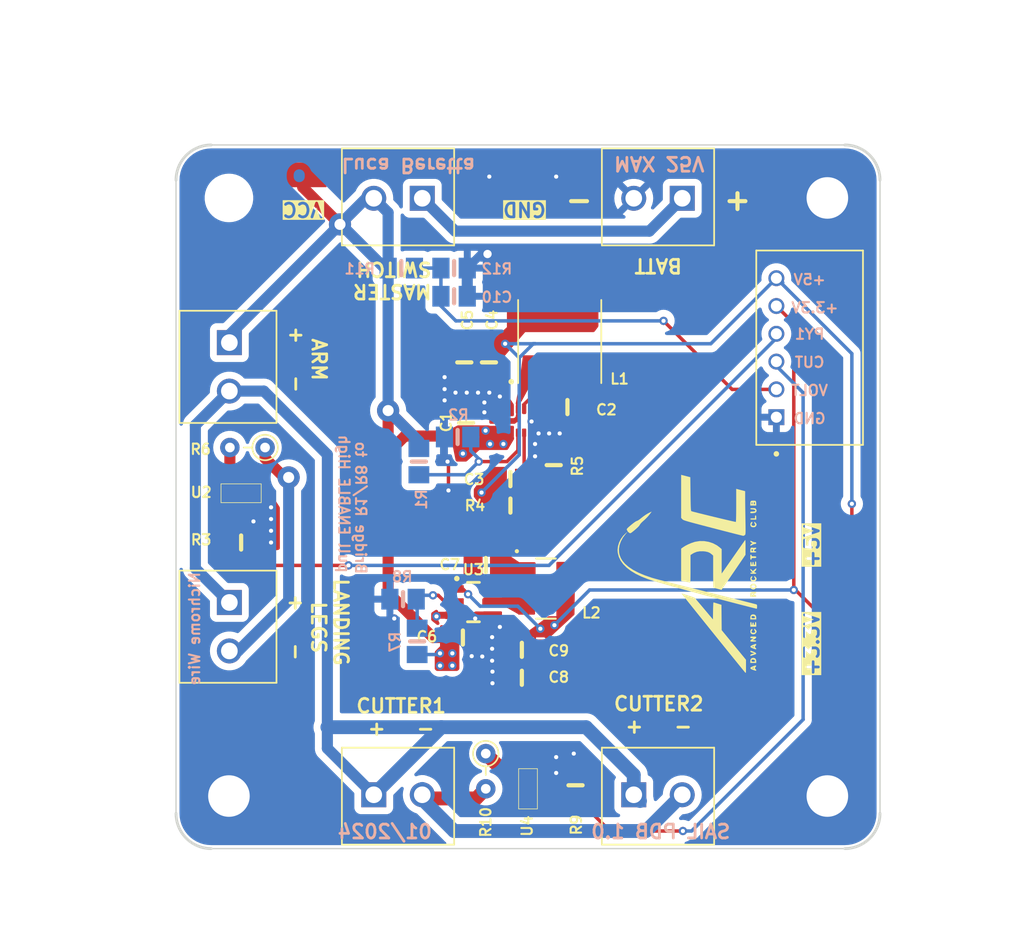
<source format=kicad_pcb>
(kicad_pcb (version 20221018) (generator pcbnew)
  (layers (0 "F.Cu" signal) (1 "In1.Cu" power) (2 "In2.Cu" power) (31 "B.Cu" signal) (34 "B.Paste" user) (35 "F.Paste" user) (36 "B.SilkS" user "B.Silkscreen") (37 "F.SilkS" user "F.Silkscreen") (38 "B.Mask" user) (39 "F.Mask" user) (44 "Edge.Cuts" user))
  (net 0 "")
  (net 1 "+3.3V")
  (net 2 "/PY1")
  (net 3 "/VOLTAGE")
  (net 4 "Net-(P4-Pad2)")
  (net 5 "Net-(U2-DRAIN)")
  (net 6 "/PYROCUT")
  (net 7 "/BATT+")
  (net 8 "/ARM")
  (net 9 "GND")
  (net 10 "+5V")
  (net 11 "Net-(U1-EN)")
  (net 12 "Net-(P5-Pad2)")
  (net 13 "Net-(U4-DRAIN)")
  (net 14 "/BUCK1_SW")
  (net 15 "/BUCK1_BST")
  (net 16 "/BUCK1_FB")
  (net 17 "/BUCK2_BST")
  (net 18 "/BUCK2_SW")
  (net 19 "VCC")
  (net 21 "/BUCK2_EN")
  (footprint "CustomFootprintLib:0805-NO-Resistor" (layer "F.Cu") (at 101.6 57.785)
    (fp_text reference "R4" (at -1.7272 -0.4318 180) (layer "F.SilkS") (effects (font (size 0.75 0.75) (thickness 0.15) bold) (justify right top)))
    (fp_text value "158k")
    (pad "1" smd rect (at -0.95 0) (size 1.24 1.5) (layers "F.Cu" "F.Paste" "F.Mask") (net 10 "+5V"))
    (pad "2" smd rect (at 0.95 0) (size 1.24 1.5) (layers "F.Cu" "F.Paste" "F.Mask") (net 16 "/BUCK1_FB"))
  )
  (footprint "CustomFootprintLib:INDUCTOR_VLS6045EX-6.8uH" (layer "F.Cu") (at 105.156 45.9421 90)
    (fp_text reference "L1" (at -2.6989 4.318 unlocked) (layer "F.SilkS") (effects (font (size 0.75 0.75))))
    (fp_text value "6.8uH")
    (pad "1" smd rect (at -2.1 0 180) (size 5.1 1.9) (layers "F.Cu" "F.Paste" "F.Mask") (net 14 "/BUCK1_SW"))
    (pad "2" smd rect (at 2.1 0 180) (size 5.1 1.9) (layers "F.Cu" "F.Paste" "F.Mask") (net 10 "+5V"))
  )
  (footprint "CustomFootprintLib:0805-NO (Capacitor)" (layer "F.Cu") (at 98.171 67.309962)
    (fp_text reference "C6" (at -3.429 0.381038 unlocked) (layer "F.SilkS") (effects (font (size 0.75 0.75)) (justify left bottom)))
    (fp_text value "10uF")
    (pad "1" smd rect (at -0.95 0) (size 1.24 1.5) (layers "F.Cu" "F.Paste" "F.Mask") (net 19 "VCC"))
    (pad "2" smd rect (at 0.95 0) (size 1.24 1.5) (layers "F.Cu" "F.Paste" "F.Mask") (net 9 "GND"))
  )
  (footprint "CustomFootprintLib:0805-NO (Capacitor)" (layer "F.Cu") (at 101.6 55.88)
    (fp_text reference "C3" (at -3.4544 0.4572 unlocked) (layer "F.SilkS") (effects (font (size 0.75 0.75)) (justify left bottom)))
    (fp_text value "4.7pF")
    (pad "1" smd rect (at -0.95 0) (size 1.24 1.5) (layers "F.Cu" "F.Paste" "F.Mask") (net 10 "+5V"))
    (pad "2" smd rect (at 0.95 0) (size 1.24 1.5) (layers "F.Cu" "F.Paste" "F.Mask") (net 16 "/BUCK1_FB"))
  )
  (footprint "CustomFootprintLib:KEYSTONE_5015_TEST" (layer "F.Cu") (at 126.238 60.452 90)
    (fp_text reference "TP2" hide)
    (fp_text value "5015")
    (pad "TP" smd rect (at 0 0 90) (size 3.43 1.78) (layers "F.Cu" "F.Paste" "F.Mask") (net 10 "+5V"))
  )
  (footprint "CustomFootprintLib:TERMBLOCK_OSTTE020104_3_5MM" (layer "F.Cu") (at 93.49 78.6638)
    (fp_text reference "P6" hide)
    (fp_text value "OSTTE020104" hide)
    (pad "1" thru_hole rect (at -1.75 0) (size 1.8 1.8) (drill 1.2) (layers "*.Cu" "*.Mask") (net 8 "/ARM"))
    (pad "2" thru_hole circle (at 1.75 0) (size 1.8 1.8) (drill 1.2) (layers "*.Cu" "*.Mask") (net 12 "Net-(P5-Pad2)"))
  )
  (footprint "CustomFootprintLib:KEYSTONE_5015_TEST" (layer "F.Cu") (at 102.489 33.909)
    (fp_text reference "TP4" hide)
    (fp_text value "5015")
    (pad "TP" smd rect (at 0 0) (size 3.43 1.78) (layers "F.Cu" "F.Paste" "F.Mask") (net 9 "GND"))
  )
  (footprint "CustomFootprintLib:KEYSTONE_5015_TEST" (layer "F.Cu") (at 126.238 67.564 90)
    (fp_text reference "TP3" hide)
    (fp_text value "5015")
    (pad "TP" smd rect (at 0 0 90) (size 3.43 1.78) (layers "F.Cu" "F.Paste" "F.Mask") (net 1 "+3.3V"))
  )
  (footprint "CustomFootprintLib:0805-NO (Capacitor)" (layer "F.Cu") (at 105.7148 50.673)
    (fp_text reference "C2" (at 1.9812 0.635 unlocked) (layer "F.SilkS") (effects (font (size 0.75 0.75)) (justify left bottom)))
    (fp_text value "0.1uF")
    (pad "1" smd rect (at -0.95 0) (size 1.24 1.5) (layers "F.Cu" "F.Paste" "F.Mask") (net 15 "/BUCK1_BST"))
    (pad "2" smd rect (at 0.95 0) (size 1.24 1.5) (layers "F.Cu" "F.Paste" "F.Mask") (net 14 "/BUCK1_SW"))
  )
  (footprint "CustomFootprintLib:0805-NO (Capacitor)" (layer "F.Cu") (at 98.3996 51.816 90)
    (fp_text reference "C1" (at -0.762 -0.9906 90 unlocked) (layer "F.SilkS") (effects (font (size 0.75 0.75)) (justify left bottom)))
    (fp_text value "10uF")
    (pad "1" smd rect (at -0.95 0 90) (size 1.24 1.5) (layers "F.Cu" "F.Paste" "F.Mask") (net 19 "VCC"))
    (pad "2" smd rect (at 0.95 0 90) (size 1.24 1.5) (layers "F.Cu" "F.Paste" "F.Mask") (net 9 "GND"))
  )
  (footprint "CustomFootprintLib:0805-NO (Capacitor)" (layer "F.Cu") (at 98.2726 47.4472 -90)
    (fp_text reference "C5" (at -3.8862 -0.6604 90 unlocked) (layer "F.SilkS") (effects (font (size 0.75 0.75)) (justify right bottom)))
    (fp_text value "22uF")
    (pad "1" smd rect (at -0.95 0 270) (size 1.24 1.5) (layers "F.Cu" "F.Paste" "F.Mask") (net 10 "+5V"))
    (pad "2" smd rect (at 0.95 0 270) (size 1.24 1.5) (layers "F.Cu" "F.Paste" "F.Mask") (net 9 "GND"))
  )
  (footprint "CustomFootprintLib:KEYSTONE_5015_TEST" (layer "F.Cu") (at 86.614 33.909)
    (fp_text reference "TP1" hide)
    (fp_text value "5015")
    (pad "TP" smd rect (at 0 0) (size 3.43 1.78) (layers "F.Cu" "F.Paste" "F.Mask") (net 19 "VCC"))
  )
  (footprint "MountingHole:MountingHole_3mm" (layer "F.Cu") (at 81.29 35.575)
    (fp_text reference "H1" hide)
    (fp_text value "MountingHole_Pad")
    (pad "" np_thru_hole circle (at 0 0) (size 3 3) (drill 3) (layers "*.Cu" "*.Mask"))
  )
  (footprint "CustomFootprintLib:0805-NO-Resistor" (layer "F.Cu") (at 106.299 77.978 -90)
    (fp_text reference "R9" (at 2.032 0.381 90) (layer "F.SilkS") (effects (font (size 0.75 0.75) (thickness 0.15) bold) (justify right top)))
    (fp_text value "470")
    (pad "1" smd rect (at -0.95 0 270) (size 1.24 1.5) (layers "F.Cu" "F.Paste" "F.Mask") (net 9 "GND"))
    (pad "2" smd rect (at 0.95 0 270) (size 1.24 1.5) (layers "F.Cu" "F.Paste" "F.Mask") (net 6 "/PYROCUT"))
  )
  (footprint "CustomFootprintLib:DMN3051L-7" (layer "F.Cu") (at 82.169 58.071)
    (fp_text reference "U2" (at -2.032 -1.683 -360 unlocked) (layer "F.SilkS") (effects (font (size 0.75 0.75) (thickness 0.15) bold) (justify right top)))
    (fp_text value "DMN3051L-7" hide)
    (pad "BOTL" smd rect (at -0.95 -0.25) (size 0.8 0.9) (layers "F.Cu" "F.Paste" "F.Mask") (net 2 "/PY1"))
    (pad "BOTR" smd rect (at 0.95 -0.25) (size 0.8 0.9) (layers "F.Cu" "F.Paste" "F.Mask") (net 9 "GND"))
    (pad "TIP" smd rect (at 0 -2.15) (size 0.8 0.9) (layers "F.Cu" "F.Paste" "F.Mask") (net 5 "Net-(U2-DRAIN)"))
  )
  (footprint "CustomFootprintLib:0805-NO (Capacitor)" (layer "F.Cu") (at 102.4255 70.2164 180)
    (fp_text reference "C8" (at -3.4925 -0.3956 unlocked) (layer "F.SilkS") (effects (font (size 0.75 0.75)) (justify right bottom)))
    (fp_text value "22uF")
    (pad "1" smd rect (at -0.95 0 180) (size 1.24 1.5) (layers "F.Cu" "F.Paste" "F.Mask") (net 1 "+3.3V"))
    (pad "2" smd rect (at 0.95 0 180) (size 1.24 1.5) (layers "F.Cu" "F.Paste" "F.Mask") (net 9 "GND"))
  )
  (footprint "MountingHole:MountingHole_3mm_Pad" (layer "F.Cu") (at 124.47 78.755)
    (fp_text reference "H4" hide)
    (fp_text value "MountingHole_Pad" hide)
    (pad "1" thru_hole circle (at 0 0) (size 6 6) (drill 3) (layers "*.Cu" "*.Mask") (net 9 "GND"))
  )
  (footprint "CustomFootprintLib:AP63356 (V-DFN3020-13)" (layer "F.Cu") (at 101.7656 51.6754)
    (fp_text reference "U1" hide)
    (fp_text value "AP63357_(SparkFun_Buck_Regulator_5V)" hide)
    (pad "1" smd roundrect (at -0.675 0.75) (size 1.5 0.8) (layers "F.Cu") (roundrect_rratio 0.0635) (net 19 "VCC"))
    (pad "2" smd roundrect (at 0.375 0.85) (size 0.3 0.6) (layers "F.Cu") (roundrect_rratio 0.1693333333) (net 11 "Net-(U1-EN)"))
    (pad "3" smd roundrect (at 0.825 0.85) (size 0.3 0.6) (layers "F.Cu") (roundrect_rratio 0.1693333333) (net 16 "/BUCK1_FB"))
    (pad "4" smd roundrect (at 1.275 0.85) (size 0.3 0.6) (layers "F.Cu") (roundrect_rratio 0.1693333333) (net 9 "GND"))
    (pad "5" smd roundrect (at 1.275 -0.85 180) (size 0.3 0.6) (layers "F.Cu") (roundrect_rratio 0.1693333333))
    (pad "6" smd roundrect (at 0.825 -0.85 180) (size 0.3 0.6) (layers "F.Cu") (roundrect_rratio 0.1693333333) (net 15 "/BUCK1_BST"))
    (pad "8" smd roundrect (at -0.675 -0.75) (size 1.5 0.8) (layers "F.Cu") (roundrect_rratio 0.0635) (net 9 "GND"))
    (pad "9" smd roundrect (at -0.79 0) (size 1.73 0.4) (layers "F.Cu") (roundrect_rratio 0.127) (net 14 "/BUCK1_SW"))
    (pad "9" smd roundrect (at 0.375 -0.85 180) (size 0.3 0.6) (layers "F.Cu") (roundrect_rratio 0.1693333333) (net 14 "/BUCK1_SW"))
  )
  (footprint "Resistor_THT:R_Axial_DIN0204_L3.6mm_D1.6mm_P2.54mm_Vertical" (layer "F.Cu") (at 83.897 53.594 180)
    (fp_text reference "R6" (at 4.649 -0.127 180) (layer "F.SilkS") (effects (font (size 0.75 0.75))))
    (fp_text value "2.7")
    (pad "1" thru_hole circle (at 0 0 180) (size 1.4 1.4) (drill 0.7) (layers "*.Cu" "*.Mask") (net 4 "Net-(P4-Pad2)"))
    (pad "2" thru_hole oval (at 2.54 0 180) (size 1.4 1.4) (drill 0.7) (layers "*.Cu" "*.Mask") (net 5 "Net-(U2-DRAIN)"))
  )
  (footprint "CustomFootprintLib:0805-NO (Capacitor)" (layer "F.Cu") (at 102.4255 68.199038 180)
    (fp_text reference "C9" (at -3.4925 -0.507962 unlocked) (layer "F.SilkS") (effects (font (size 0.75 0.75)) (justify right bottom)))
    (fp_text value "22uF")
    (pad "1" smd rect (at -0.95 0 180) (size 1.24 1.5) (layers "F.Cu" "F.Paste" "F.Mask") (net 1 "+3.3V"))
    (pad "2" smd rect (at 0.95 0 180) (size 1.24 1.5) (layers "F.Cu" "F.Paste" "F.Mask") (net 9 "GND"))
  )
  (footprint "MountingHole:MountingHole_3mm_Pad" (layer "F.Cu") (at 81.29 78.755)
    (fp_text reference "H3" hide)
    (fp_text value "MountingHole_Pad" hide)
    (pad "1" thru_hole circle (at 0 0) (size 6 6) (drill 3) (layers "*.Cu" "*.Mask") (net 9 "GND"))
  )
  (footprint "CustomFootprintLib:0805-NO (Capacitor)" (layer "F.Cu") (at 99.822 62.077562)
    (fp_text reference "C7" (at -3.429 0.406438 unlocked) (layer "F.SilkS") (effects (font (size 0.75 0.75)) (justify left bottom)))
    (fp_text value "0.1uF")
    (pad "1" smd rect (at -0.95 0) (size 1.24 1.5) (layers "F.Cu" "F.Paste" "F.Mask") (net 17 "/BUCK2_BST"))
    (pad "2" smd rect (at 0.95 0) (size 1.24 1.5) (layers "F.Cu" "F.Paste" "F.Mask") (net 18 "/BUCK2_SW"))
  )
  (footprint "CustomFootprintLib:TERMBLOCK_OSTTE020104_3_5MM" (layer "F.Cu") (at 112.25 35.6 180)
    (fp_text reference "P1" hide)
    (fp_text value "OSTTE020104" hide)
    (pad "1" thru_hole rect (at -1.75 0 180) (size 1.8 1.8) (drill 1.2) (layers "*.Cu" "*.Mask") (net 7 "/BATT+"))
    (pad "2" thru_hole circle (at 1.75 0 180) (size 1.8 1.8) (drill 1.2) (layers "*.Cu" "*.Mask") (net 9 "GND"))
  )
  (footprint "CustomFootprintLib:0805-NO (Capacitor)" (layer "F.Cu") (at 100.0506 47.4472 -90)
    (fp_text reference "C4" (at -3.8862 -0.6604 90 unlocked) (layer "F.SilkS") (effects (font (size 0.75 0.75)) (justify right bottom)))
    (fp_text value "22uF")
    (pad "1" smd rect (at -0.95 0 270) (size 1.24 1.5) (layers "F.Cu" "F.Paste" "F.Mask") (net 10 "+5V"))
    (pad "2" smd rect (at 0.95 0 270) (size 1.24 1.5) (layers "F.Cu" "F.Paste" "F.Mask") (net 9 "GND"))
  )
  (footprint "Resistor_THT:R_Axial_DIN0204_L3.6mm_D1.6mm_P2.54mm_Vertical" (layer "F.Cu") (at 99.822 75.692 -90)
    (fp_text reference "R10" (at 4.953 0 -90) (layer "F.SilkS") (effects (font (size 0.75 0.75))))
    (fp_text value "3.9")
    (pad "1" thru_hole circle (at 0 0 270) (size 1.4 1.4) (drill 0.7) (layers "*.Cu" "*.Mask") (net 13 "Net-(U4-DRAIN)"))
    (pad "2" thru_hole oval (at 2.54 0 270) (size 1.4 1.4) (drill 0.7) (layers "*.Cu" "*.Mask") (net 12 "Net-(P5-Pad2)"))
  )
  (footprint "CustomFootprintLib:TERMBLOCK_OSTTE020104_3_5MM" (layer "F.Cu") (at 93.49 35.6 180)
    (fp_text reference "P2" hide)
    (fp_text value "OSTTE020104" hide)
    (pad "1" thru_hole rect (at -1.75 0 180) (size 1.8 1.8) (drill 1.2) (layers "*.Cu" "*.Mask") (net 7 "/BATT+"))
    (pad "2" thru_hole circle (at 1.75 0 180) (size 1.8 1.8) (drill 1.2) (layers "*.Cu" "*.Mask") (net 19 "VCC"))
  )
  (footprint "CustomFootprintLib:IND_NRS4018T4R7MDGJ_4.7uH" (layer "F.Cu") (at 104.1654 63.779362)
    (fp_text reference "L2" (at 3.2766 1.752638 unlocked) (layer "F.SilkS") (effects (font (size 0.75 0.75))))
    (fp_text value "4.7uH")
    (pad "1" smd rect (at -1.397 0) (size 1.1938 3.7084) (layers "F.Cu" "F.Paste" "F.Mask") (net 18 "/BUCK2_SW"))
    (pad "2" smd rect (at 1.397 0) (size 1.1938 3.7084) (layers "F.Cu" "F.Paste" "F.Mask") (net 1 "+3.3V"))
    (zone (net 0) (net_name "") (layer "F.Cu") (connect_pads (clearance 0)) (min_thickness 0.254)
      (keepout (tracks not_allowed) (vias not_allowed) (pads allowed) (copperpour not_allowed) (footprints allowed))
      (fill (thermal_gap 0.508) (thermal_bridge_width 0.508))
      (polygon (pts (xy 103.4161 61.785462) (xy 104.9147 61.785462) (xy 104.9147 65.773262) (xy 103.4161 65.773262)))
    )
  )
  (footprint "CustomFootprintLib:BUCK_AP63203_3.3_SPARKFUN" (layer "F.Cu") (at 98.933 64.752362 -90)
    (fp_text reference "U3" (at -1.905 0 unlocked) (layer "F.SilkS") (effects (font (size 0.75 0.75)) (justify bottom)))
    (fp_text value "AP63203")
    (pad "1" smd roundrect (at -0.95 1.3751 270) (size 0.55 1.35) (layers "F.Cu" "F.Paste" "F.Mask") (roundrect_rratio 0.09236363636) (net 1 "+3.3V"))
    (pad "2" smd roundrect (at 0 1.3751 270) (size 0.55 1.35) (layers "F.Cu" "F.Paste" "F.Mask") (roundrect_rratio 0.09236363636) (net 21 "/BUCK2_EN"))
    (pad "3" smd roundrect (at 0.95 1.3751 270) (size 0.55 1.35) (layers "F.Cu" "F.Paste" "F.Mask") (roundrect_rratio 0.09236363636) (net 19 "VCC"))
    (pad "4" smd roundrect (at 0.95 -1.3751 270) (size 0.55 1.35) (layers "F.Cu" "F.Paste" "F.Mask") (roundrect_rratio 0.09236363636) (net 9 "GND"))
    (pad "5" smd roundrect (at 0 -1.3751 270) (size 0.55 1.35) (layers "F.Cu" "F.Paste" "F.Mask") (roundrect_rratio 0.09236363636) (net 18 "/BUCK2_SW"))
    (pad "6" smd roundrect (at -0.95 -1.3751 270) (size 0.55 1.35) (layers "F.Cu" "F.Paste" "F.Mask") (roundrect_rratio 0.09236363636) (net 17 "/BUCK2_BST"))
  )
  (footprint "CustomFootprintLib:TERMBLOCK_OSTTE020104_3_5MM" (layer "F.Cu") (at 112.25 78.6638)
    (fp_text reference "P5" hide)
    (fp_text value "OSTTE020104" hide)
    (pad "1" thru_hole rect (at -1.75 0) (size 1.8 1.8) (drill 1.2) (layers "*.Cu" "*.Mask") (net 8 "/ARM"))
    (pad "2" thru_hole circle (at 1.75 0) (size 1.8 1.8) (drill 1.2) (layers "*.Cu" "*.Mask") (net 12 "Net-(P5-Pad2)"))
  )
  (footprint "MountingHole:MountingHole_3mm_Pad" (layer "F.Cu") (at 124.47 35.575)
    (fp_text reference "H2" hide)
    (fp_text value "MountingHole_Pad")
    (pad "1" thru_hole circle (at 0 0) (size 6 6) (drill 3) (layers "*.Cu" "*.Mask") (net 9 "GND"))
  )
  (footprint "CustomFootprintLib:DMN3051L-7" (layer "F.Cu") (at 104.045 78.232 90)
    (fp_text reference "U4" (at -1.837809 -1.683 90 unlocked) (layer "F.SilkS") (effects (font (size 0.75 0.75)) (justify right top)))
    (fp_text value "DMN3051L-7" hide)
    (pad "BOTL" smd rect (at -0.95 -0.25 90) (size 0.8 0.9) (layers "F.Cu" "F.Paste" "F.Mask") (net 6 "/PYROCUT"))
    (pad "BOTR" smd rect (at 0.95 -0.25 90) (size 0.8 0.9) (layers "F.Cu" "F.Paste" "F.Mask") (net 9 "GND"))
    (pad "TIP" smd rect (at 0 -2.15 90) (size 0.8 0.9) (layers "F.Cu" "F.Paste" "F.Mask") (net 13 "Net-(U4-DRAIN)"))
  )
  (footprint "CustomFootprintLib:0805-NO-Resistor" (layer "F.Cu") (at 82.169 60.452 180)
    (fp_text reference "R3" (at 2.055809 0.635 unlocked) (layer "F.SilkS") (effects (font (size 0.75 0.75)) (justify right top)))
    (fp_text value "470" hide)
    (pad "1" smd rect (at -0.95 0 180) (size 1.24 1.5) (layers "F.Cu" "F.Paste" "F.Mask") (net 9 "GND"))
    (pad "2" smd rect (at 0.95 0 180) (size 1.24 1.5) (layers "F.Cu" "F.Paste" "F.Mask") (net 2 "/PY1"))
  )
  (footprint "Graphics:ARC_logo_black_15mm" (layer "F.Cu") (at 114.935 62.865 90)
    (fp_text reference "G***" hide)
    (fp_text value "LOGO" hide)
  )
  (footprint "CustomFootprintLib:TE_440055-6_6POS_2MM" (layer "F.Cu") (at 120.79 51.403 90)
    (fp_text reference "J1" hide)
    (fp_text value "440055-6_6POS_2MM")
    (pad "1" thru_hole rect (at 0 0 90) (size 1.15 1.15) (drill 0.8) (layers "*.Cu" "*.Mask") (net 9 "GND"))
    (pad "2" thru_hole circle (at 2.007 0 90) (size 1.15 1.15) (drill 0.8) (layers "*.Cu" "*.Mask") (net 3 "/VOLTAGE"))
    (pad "3" thru_hole circle (at 4.013 0 90) (size 1.15 1.15) (drill 0.8) (layers "*.Cu" "*.Mask") (net 6 "/PYROCUT"))
    (pad "4" thru_hole circle (at 6.02 0 90) (size 1.15 1.15) (drill 0.8) (layers "*.Cu" "*.Mask") (net 2 "/PY1"))
    (pad "5" thru_hole circle (at 8.026 0 90) (size 1.15 1.15) (drill 0.8) (layers "*.Cu" "*.Mask") (net 1 "+3.3V"))
    (pad "6" thru_hole circle (at 10.033 0 90) (size 1.15 1.15) (drill 0.8) (layers "*.Cu" "*.Mask") (net 10 "+5V"))
  )
  (footprint "CustomFootprintLib:TERMBLOCK_OSTTE020104_3_5MM" (layer "F.Cu") (at 81.32 47.77 -90)
    (fp_text reference "P3" hide)
    (fp_text value "OSTTE020104" hide)
    (pad "1" thru_hole rect (at -1.75 0 270) (size 1.8 1.8) (drill 1.2) (layers "*.Cu" "*.Mask") (net 19 "VCC"))
    (pad "2" thru_hole circle (at 1.75 0 270) (size 1.8 1.8) (drill 1.2) (layers "*.Cu" "*.Mask") (net 8 "/ARM"))
  )
  (footprint "CustomFootprintLib:0805-NO-Resistor" (layer "F.Cu") (at 104.7242 54.864 90)
    (fp_text reference "R5" (at 0.762 1.27 270) (layer "F.SilkS") (effects (font (size 0.75 0.75) (thickness 0.15) bold) (justify right top)))
    (fp_text value "30k")
    (pad "1" smd rect (at -0.95 0 90) (size 1.24 1.5) (layers "F.Cu" "F.Paste" "F.Mask") (net 16 "/BUCK1_FB"))
    (pad "2" smd rect (at 0.95 0 90) (size 1.24 1.5) (layers "F.Cu" "F.Paste" "F.Mask") (net 9 "GND"))
  )
  (footprint "CustomFootprintLib:TERMBLOCK_OSTTE020104_3_5MM" (layer "F.Cu") (at 81.32 66.53 -90)
    (fp_text reference "P4" hide)
    (fp_text value "OSTTE020104" hide)
    (pad "1" thru_hole rect (at -1.75 0 270) (size 1.8 1.8) (drill 1.2) (layers "*.Cu" "*.Mask") (net 8 "/ARM"))
    (pad "2" thru_hole circle (at 1.75 0 270) (size 1.8 1.8) (drill 1.2) (layers "*.Cu" "*.Mask") (net 4 "Net-(P4-Pad2)"))
  )
  (footprint "CustomFootprintLib:0805-NO-Resistor" (layer "B.Cu") (at 93.726 40.64)
    (fp_text reference "R11" (at -4.191 -0.381) (layer "B.SilkS") (effects (font (size 0.75 0.75)) (justify right top mirror)))
    (fp_text value "3900")
    (pad "1" smd rect (at -0.95 0) (size 1.24 1.5) (layers "B.Cu" "B.Paste" "B.Mask") (net 19 "VCC"))
    (pad "2" smd rect (at 0.95 0) (size 1.24 1.5) (layers "B.Cu" "B.Paste" "B.Mask") (net 3 "/VOLTAGE"))
  )
  (footprint "CustomFootprintLib:0805-NO-Resistor" (layer "B.Cu") (at 97.79 52.832 180)
    (fp_text reference "R2" (at -0.889 2.032) (layer "B.SilkS") (effects (font (size 0.75 0.75)) (justify left top mirror)))
    (fp_text value "3.6k")
    (pad "1" smd rect (at -0.95 0 180) (size 1.24 1.5) (layers "B.Cu" "B.Paste" "B.Mask") (net 11 "Net-(U1-EN)"))
    (pad "2" smd rect (at 0.95 0 180) (size 1.24 1.5) (layers "B.Cu" "B.Paste" "B.Mask") (net 9 "GND"))
  )
  (footprint "CustomFootprintLib:0805-NO-Resistor" (layer "B.Cu") (at 94.869 67.589362 -90)
    (fp_text reference "R7" (at -0.787362 2.032 90) (layer "B.SilkS") (effects (font (size 0.75 0.75)) (justify left top mirror)))
    (fp_text value "68k")
    (pad "1" smd rect (at -0.95 0 270) (size 1.24 1.5) (layers "B.Cu" "B.Paste" "B.Mask") (net 21 "/BUCK2_EN"))
    (pad "2" smd rect (at 0.95 0 270) (size 1.24 1.5) (layers "B.Cu" "B.Paste" "B.Mask") (net 19 "VCC"))
  )
  (footprint "CustomFootprintLib:0805-NO-Resistor" (layer "B.Cu") (at 94.996 54.61 -90)
    (fp_text reference "R1" (at 1.905 0.254 90) (layer "B.SilkS") (effects (font (size 0.75 0.75)) (justify left top mirror)))
    (fp_text value "68k")
    (pad "1" smd rect (at -0.95 0 270) (size 1.24 1.5) (layers "B.Cu" "B.Paste" "B.Mask") (net 19 "VCC"))
    (pad "2" smd rect (at 0.95 0 270) (size 1.24 1.5) (layers "B.Cu" "B.Paste" "B.Mask") (net 11 "Net-(U1-EN)"))
  )
  (footprint "CustomFootprintLib:0805-NO (Capacitor)" (layer "B.Cu") (at 97.536 42.672)
    (fp_text reference "C10" (at 1.905 0.508) (layer "B.SilkS") (effects (font (size 0.75 0.75)) (justify right bottom mirror)))
    (fp_text value "1uF")
    (pad "1" smd rect (at -0.95 0) (size 1.24 1.5) (layers "B.Cu" "B.Paste" "B.Mask") (net 3 "/VOLTAGE"))
    (pad "2" smd rect (at 0.95 0) (size 1.24 1.5) (layers "B.Cu" "B.Paste" "B.Mask") (net 9 "GND"))
  )
  (footprint "CustomFootprintLib:0805-NO-Resistor" (layer "B.Cu") (at 93.853 64.541362)
    (fp_text reference "R8" (at -0.889 -2.057362) (layer "B.SilkS") (effects (font (size 0.75 0.75)) (justify right top mirror)))
    (fp_text value "3.6k")
    (pad "1" smd rect (at -0.95 0) (size 1.24 1.5) (layers "B.Cu" "B.Paste" "B.Mask") (net 9 "GND"))
    (pad "2" smd rect (at 0.95 0) (size 1.24 1.5) (layers "B.Cu" "B.Paste" "B.Mask") (net 21 "/BUCK2_EN"))
  )
  (footprint "CustomFootprintLib:0805-NO-Resistor" (layer "B.Cu") (at 97.536 40.64 180)
    (fp_text reference "R12" (at -1.905 0.381) (layer "B.SilkS") (effects (font (size 0.75 0.75)) (justify right top mirror)))
    (fp_text value "470")
    (pad "1" smd rect (at -0.95 0 180) (size 1.24 1.5) (layers "B.Cu" "B.Paste" "B.Mask") (net 9 "GND"))
    (pad "2" smd rect (at 0.95 0 180) (size 1.24 1.5) (layers "B.Cu" "B.Paste" "B.Mask") (net 3 "/VOLTAGE"))
  )
  (gr_arc (start 80.01 82.55) (mid 78.213958 81.80605) (end 77.47 80.01) (stroke (width 0.2)) (layer "Edge.Cuts"))
  (gr_line (start 128.27 80.01) (end 128.27 34.29) (stroke (width 0.1)) (layer "Edge.Cuts"))
  (gr_line (start 80.01 82.55) (end 125.73 82.55) (stroke (width 0.1)) (layer "Edge.Cuts"))
  (gr_arc (start 125.73 31.75) (mid 127.52606 32.493947) (end 128.27 34.29) (stroke (width 0.2)) (layer "Edge.Cuts"))
  (gr_line (start 125.73 31.75) (end 80.01 31.75) (stroke (width 0.1)) (layer "Edge.Cuts"))
  (gr_arc (start 77.47 34.29) (mid 78.213958 32.493966) (end 80.01 31.75) (stroke (width 0.2)) (layer "Edge.Cuts"))
  (gr_line (start 77.47 34.29) (end 77.47 80.01) (stroke (width 0.1)) (layer "Edge.Cuts"))
  (gr_arc (start 128.27 80.01) (mid 127.52606 81.806068) (end 125.73 82.55) (stroke (width 0.2)) (layer "Edge.Cuts"))
  (gr_text "PY1" (at 123.19 45.847) (layer "B.SilkS") (effects (font (size 0.75 0.75) (thickness 0.15) bold) (justify bottom mirror)))
  (gr_text "01/2024" (at 89.027 81.915) (layer "B.SilkS") (effects (font (size 1 1) (thickness 0.2) bold) (justify right bottom mirror)))
  (gr_text "+5V" (at 123.19 41.91) (layer "B.SilkS") (effects (font (size 0.75 0.75)) (justify bottom mirror)))
  (gr_text "Nichrome Wire" (at 79.248 66.675 90) (layer "B.SilkS") (effects (font (size 0.75 0.75)) (justify bottom mirror)))
  (gr_text "GND" (at 123.19 51.943) (layer "B.SilkS") (effects (font (size 0.75 0.75) (thickness 0.15) bold) (justify bottom mirror)))
  (gr_text "Bridge R1/R8 to \npull ENABLE High" (at 89.154 57.658 270) (layer "B.SilkS") (effects (font (size 0.75 0.75)) (justify bottom mirror)))
  (gr_text "+3.3V" (at 123.571 43.942) (layer "B.SilkS") (effects (font (size 0.75 0.75)) (justify bottom mirror)))
  (gr_text "VOLT" (at 123.19 49.911) (layer "B.SilkS") (effects (font (size 0.75 0.75) (thickness 0.15) bold) (justify bottom mirror)))
  (gr_text "Luca Beretta" (at 99.187 32.637726 180) (layer "B.SilkS") (effects (font (size 1 1) (thickness 0.2) bold) (justify right bottom mirror)))
  (gr_text "CUT" (at 123.19 47.879) (layer "B.SilkS") (effects (font (size 0.75 0.75)) (justify bottom mirror)))
  (gr_text "SAIL PDB 1.0" (at 107.315 81.915) (layer "B.SilkS") (effects (font (size 1 1) (thickness 0.2) bold) (justify right bottom mirror)))
  (gr_text "MAX 25V" (at 108.966 32.512 180) (layer "B.SilkS") (effects (font (size 1 1) (thickness 0.2) bold) (justify left bottom mirror)))
  (gr_text "CUTTER2\n+   -" (at 112.3034 74.295) (layer "F.SilkS") (effects (font (size 1 1) (thickness 0.2) bold) (justify bottom)))
  (gr_text "GND" (at 102.616 35.814 180) (layer "F.SilkS" knockout) (effects (font (size 1 1) (thickness 0.2) bold) (justify bottom)))
  (gr_text "MASTER\nSWITCH" (at 96.012 40.132 180) (layer "F.SilkS") (effects (font (size 1 1) (thickness 0.2) bold) (justify left bottom)))
  (gr_text "+3.3V" (at 123.952 67.818 90) (layer "F.SilkS" knockout) (effects (font (size 1 1) (thickness 0.2) bold) (justify bottom)))
  (gr_text "BATT" (at 112.268 39.878 180) (layer "F.SilkS") (effects (font (size 1 1) (thickness 0.2) bold) (justify bottom)))
  (gr_text "ARM\n+   -" (at 85.598 47.244 270) (layer "F.SilkS") (effects (font (size 1 1) (thickness 0.2) bold) (justify bottom)))
  (gr_text "LANDING \nLEGS\n+   -" (at 85.5618 66.5782 270) (layer "F.SilkS") (effects (font (size 1 1) (thickness 0.2) bold) (justify bottom)))
  (gr_text "CUTTER1\n+   -" (at 93.716 74.4474) (layer "F.SilkS") (effects (font (size 1 1) (thickness 0.2) bold) (justify bottom)))
  (gr_text "VCC" (at 86.614 35.814 180) (layer "F.SilkS" knockout) (effects (font (size 1 1) (thickness 0.2) bold) (justify bottom)))
  (gr_text "+" (at 116.858 36.576) (layer "F.SilkS") (effects (font (size 1.5 1.5) (thickness 0.3) bold) (justify left bottom)))
  (gr_text "+5V" (at 123.952 60.706 90) (layer "F.SilkS" knockout) (effects (font (size 1 1) (thickness 0.2) bold) (justify bottom)))
  (gr_text "-\n" (at 105.428 36.576) (layer "F.SilkS") (effects (font (size 1.5 1.5) (thickness 0.3) bold) (justify left bottom)))
  (segment (start 98.545485 64.182865) (end 98.164982 63.802362) (width 0.25) (layer "F.Cu") (net 1))
  (segment (start 122.172726 63.879726) (end 122.047 63.879726) (width 0.25) (layer "F.Cu") (net 1))
  (segment (start 105.5624 63.779362) (end 105.5624 62.229962) (width 0.25) (layer "F.Cu") (net 1))
  (segment (start 122.047 44.634) (end 122.047 63.879726) (width 0.25) (layer "F.Cu") (net 1))
  (segment (start 126.746 67.564) (end 125.857 67.564) (width 0.25) (layer "F.Cu") (net 1))
  (segment (start 120.79 43.693) (end 120.79 43.377) (width 0.25) (layer "F.Cu") (net 1))
  (segment (start 98.164982 63.802362) (end 97.5579 63.802362) (width 0.25) (layer "F.Cu") (net 1))
  (segment (start 120.79 43.377) (end 122.047 44.634) (width 0.25) (layer "F.Cu") (net 1))
  (segment (start 125.857 67.564) (end 122.172726 63.879726) (width 0.25) (layer "F.Cu") (net 1))
  (via (at 103.759 66.675) (size 0.6) (drill 0.3) (layers "F.Cu" "B.Cu") (net 1))
  (via (at 98.545485 64.182865) (size 0.6) (drill 0.3) (layers "F.Cu" "B.Cu") (net 1))
  (via (at 104.775 66.420962) (size 0.6) (drill 0.3) (layers "F.Cu" "B.Cu") (net 1))
  (via (at 122.047 63.879726) (size 0.6) (drill 0.3) (layers "F.Cu" "B.Cu") (net 1))
  (segment (start 107.316274 63.879726) (end 122.047 63.879726) (width 0.25) (layer "B.Cu") (net 1))
  (segment (start 102.1334 65.049362) (end 103.759 66.674962) (width 0.25) (layer "B.Cu") (net 1))
  (segment (start 99.411982 65.049362) (end 102.1334 65.049362) (width 0.25) (layer "B.Cu") (net 1))
  (segment (start 104.775 66.420962) (end 104.775038 66.420962) (width 0.25) (layer "B.Cu") (net 1))
  (segment (start 98.545485 64.182865) (end 99.411982 65.049362) (width 0.25) (layer "B.Cu") (net 1))
  (segment (start 103.759 66.674962) (end 103.759 66.675) (width 0.25) (layer "B.Cu") (net 1))
  (segment (start 104.775038 66.420962) (end 107.316274 63.879726) (width 0.25) (layer "B.Cu") (net 1))
  (segment (start 81.539 60.772) (end 81.539 61.219) (width 0.25) (layer "F.Cu") (net 2))
  (segment (start 81.539 61.219) (end 82.423 62.103) (width 0.25) (layer "F.Cu") (net 2))
  (segment (start 81.219 57.821) (end 81.219 60.452) (width 0.25) (layer "F.Cu") (net 2))
  (segment (start 82.423 62.103) (end 89.916 62.103) (width 0.25) (layer "F.Cu") (net 2))
  (via (at 89.916 62.103) (size 0.6) (drill 0.3) (layers "F.Cu" "B.Cu") (net 2))
  (segment (start 104.386 62.103) (end 89.916 62.103) (width 0.25) (layer "B.Cu") (net 2))
  (segment (start 120.79 45.699) (end 104.386 62.103) (width 0.25) (layer "B.Cu") (net 2))
  (segment (start 117.594994 49.396) (end 112.649 44.450006) (width 0.25) (layer "F.Cu") (net 3))
  (segment (start 120.79 49.396) (end 117.594994 49.396) (width 0.25) (layer "F.Cu") (net 3))
  (via (at 112.649 44.450006) (size 0.6) (drill 0.3) (layers "F.Cu" "B.Cu") (net 3))
  (segment (start 96.586 42.672) (end 96.586 43.373) (width 0.25) (layer "B.Cu") (net 3))
  (segment (start 94.676 40.64) (end 96.586 40.64) (width 0.25) (layer "B.Cu") (net 3))
  (segment (start 97.663006 44.450006) (end 112.649 44.450006) (width 0.25) (layer "B.Cu") (net 3))
  (segment (start 96.586 43.373) (end 97.663006 44.450006) (width 0.25) (layer "B.Cu") (net 3))
  (segment (start 96.586 40.64) (end 96.586 42.672) (width 0.25) (layer "B.Cu") (net 3))
  (segment (start 83.897 54.372) (end 85.278032 55.753032) (width 0.8) (layer "F.Cu") (net 4))
  (segment (start 83.897 53.594) (end 83.897 54.372) (width 0.8) (layer "F.Cu") (net 4))
  (segment (start 85.278032 55.753032) (end 85.598032 55.753032) (width 0.8) (layer "F.Cu") (net 4))
  (via (at 85.598032 55.753032) (size 1.6) (drill 0.8) (layers "F.Cu" "B.Cu") (net 4))
  (segment (start 81.32 68.28) (end 81.961 68.28) (width 0.8) (layer "B.Cu") (net 4))
  (segment (start 81.961 68.28) (end 85.598032 64.642968) (width 0.8) (layer "B.Cu") (net 4))
  (segment (start 85.598032 64.642968) (end 85.598032 55.753032) (width 0.8) (layer "B.Cu") (net 4))
  (segment (start 81.357 55.109) (end 82.169 55.921) (width 0.8) (layer "F.Cu") (net 5))
  (segment (start 81.357 53.594) (end 81.357 55.109) (width 0.8) (layer "F.Cu") (net 5))
  (segment (start 103.795 79.182) (end 106.172 79.182) (width 0.25) (layer "F.Cu") (net 6))
  (segment (start 108.778 81.28) (end 114.046 81.28) (width 0.25) (layer "F.Cu") (net 6))
  (segment (start 106.426 78.928) (end 108.778 81.28) (width 0.25) (layer "F.Cu") (net 6))
  (via (at 114.046 81.28) (size 0.6) (drill 0.3) (layers "F.Cu" "B.Cu") (net 6))
  (segment (start 120.79 47.706) (end 122.721 49.637) (width 0.25) (layer "B.Cu") (net 6))
  (segment (start 114.671848 81.28) (end 114.046 81.28) (width 0.25) (layer "B.Cu") (net 6))
  (segment (start 122.721 73.230848) (end 114.671848 81.28) (width 0.25) (layer "B.Cu") (net 6))
  (segment (start 122.721 49.637) (end 122.721 73.230848) (width 0.25) (layer "B.Cu") (net 6))
  (segment (start 114 35.6) (end 111.628274 37.971726) (width 0.8) (layer "B.Cu") (net 7))
  (segment (start 111.628274 37.971726) (end 97.611726 37.971726) (width 0.8) (layer "B.Cu") (net 7))
  (segment (start 97.611726 37.971726) (end 95.24 35.6) (width 0.8) (layer "B.Cu") (net 7))
  (segment (start 81.32 49.52) (end 83.81 49.52) (width 0.8) (layer "B.Cu") (net 8))
  (segment (start 81.32 49.52) (end 78.867 51.973) (width 0.8) (layer "B.Cu") (net 8))
  (segment (start 96.6168 73.787) (end 88.392 73.787) (width 1) (layer "B.Cu") (net 8))
  (segment (start 78.867 62.327) (end 81.32 64.78) (width 0.8) (layer "B.Cu") (net 8))
  (segment (start 88.392 73.787) (end 88.392 75.3158) (width 0.8) (layer "B.Cu") (net 8))
  (segment (start 96.6168 73.787) (end 91.74 78.6638) (width 1) (layer "B.Cu") (net 8))
  (segment (start 110.5 77.226) (end 107.061 73.787) (width 1) (layer "B.Cu") (net 8))
  (segment (start 88.392 75.3158) (end 91.74 78.6638) (width 0.8) (layer "B.Cu") (net 8))
  (segment (start 88.392 54.102) (end 88.392 73.787) (width 0.8) (layer "B.Cu") (net 8))
  (segment (start 110.5 78.6638) (end 110.5 77.226) (width 1) (layer "B.Cu") (net 8))
  (segment (start 78.867 51.973) (end 78.867 62.327) (width 0.8) (layer "B.Cu") (net 8))
  (segment (start 110.5 78.6638) (end 110.9502 79.114) (width 1) (layer "B.Cu") (net 8))
  (segment (start 107.061 73.787) (end 96.6168 73.787) (width 1) (layer "B.Cu") (net 8))
  (segment (start 83.81 49.52) (end 88.392 54.102) (width 0.8) (layer "B.Cu") (net 8))
  (segment (start 104.775 33.909) (end 104.902 34.036) (width 0.25) (layer "F.Cu") (net 9))
  (segment (start 97.1296 54.676012) (end 97.063588 54.61) (width 0.25) (layer "F.Cu") (net 9))
  (segment (start 103.0406 52.5254) (end 103.0406 51.7978) (width 0.25) (layer "F.Cu") (net 9))
  (segment (start 97.1296 56.6928) (end 97.1296 54.676012) (width 0.25) (layer "F.Cu") (net 9))
  (segment (start 102.489 33.909) (end 100.203 33.909) (width 0.25) (layer "F.Cu") (net 9))
  (segment (start 102.489 33.909) (end 104.775 33.909) (width 0.25) (layer "F.Cu") (net 9))
  (segment (start 100.203 33.909) (end 100.076 34.036) (width 0.25) (layer "F.Cu") (net 9))
  (segment (start 103.0406 51.7978) (end 103.124 51.7144) (width 0.25) (layer "F.Cu") (net 9))
  (via (at 98.806 68.656162) (size 0.6) (drill 0.3) (layers "F.Cu" "B.Cu") (net 9))
  (via (at 96.8502 50.1904) (size 0.6) (drill 0.3) (layers "F.Cu" "B.Cu") (net 9))
  (via (at 103.378 54.229) (size 0.6) (drill 0.3) (layers "F.Cu" "B.Cu") (net 9))
  (via (at 106.172 75.692) (size 0.8) (drill 0.3) (layers "F.Cu" "B.Cu") (net 9))
  (via (at 99.7204 51.054) (size 0.6) (drill 0.3) (layers "F.Cu" "B.Cu") (net 9))
  (via (at 84.328 57.912) (size 0.6) (drill 0.3) (layers "F.Cu" "B.Cu") (net 9))
  (via (at 99.568 68.681562) (size 0.6) (drill 0.3) (layers "F.Cu" "B.Cu") (net 9))
  (via (at 97.063588 54.61) (size 0.6) (drill 0.3) (layers "F.Cu" "B.Cu") (net 9))
  (via (at 103.378 53.34) (size 0.6) (drill 0.3) (layers "F.Cu" "B.Cu") (net 9))
  (via (at 84.328 58.758666) (size 0.6) (drill 0.3) (layers "F.Cu" "B.Cu") (net 9))
  (via (at 100.076 49.6316) (size 0.6) (drill 0.3) (layers "F.Cu" "B.Cu") (net 9))
  (via (at 83.058 58.928) (size 0.6) (drill 0.3) (layers "F.Cu" "B.Cu") (net 9))
  (via (at 104.902 34.036) (size 0.6) (drill 0.3) (layers "F.Cu" "B.Cu") (net 9))
  (via (at 97.1296 56.6928) (size 0.6) (drill 0.3) (layers "F.Cu" "B.Cu") (net 9))
  (via (at 99.7204 50.3428) (size 0.6) (drill 0.3) (layers "F.Cu" "B.Cu") (net 9))
  (via (at 100.076 34.036) (size 0.6) (drill 0.3) (layers "F.Cu" "B.Cu") (net 9))
  (via (at 98.4504 49.6316) (size 0.6) (drill 0.3) (layers "F.Cu" "B.Cu") (net 9))
  (via (at 93.218 65.938362) (size 0.6) (drill 0.3) (layers "F.Cu" "B.Cu") (net 9))
  (via (at 104.902 77.089) (size 0.8) (drill 0.3) (layers "F.Cu" "B.Cu") (net 9))
  (via (at 104.902 75.946) (size 0.8) (drill 0.3) (layers "F.Cu" "B.Cu") (net 9))
  (via (at 105.156 52.578) (size 0.6) (drill 0.3) (layers "F.Cu" "B.Cu") (net 9))
  (via (at 100.838 49.911) (size 0.6) (drill 0.3) (layers "F.Cu" "B.Cu") (net 9))
  (via (at 104.394 52.578) (size 0.6) (drill 0.3) (layers "F.Cu" "B.Cu") (net 9))
  (via (at 100.2792 68.986362) (size 0.6) (drill 0.3) (layers "F.Cu" "B.Cu") (net 9))
  (via (at 97.6376 49.6316) (size 0.6) (drill 0.3) (layers "F.Cu" "B.Cu") (net 9))
  (via (at 100.2792 67.284562) (size 0.6) (drill 0.3) (layers "F.Cu" "B.Cu") (net 9))
  (via (at 96.8502 48.514) (size 0.6) (drill 0.3) (layers "F.Cu" "B.Cu") (net 9))
  (via (at 100.3046 69.7738) (size 0.6) (drill 0.3) (layers "F.Cu" "B.Cu") (net 9))
  (via (at 100.3046 70.612) (size 0.6) (drill 0.3) (layers "F.Cu" "B.Cu") (net 9))
  (via (at 84.328 60.452) (size 0.6) (drill 0.3) (layers "F.Cu" "B.Cu") (net 9))
  (via (at 103.632 52.578) (size 0.6) (drill 0.3) (layers "F.Cu" "B.Cu") (net 9))
  (via (at 99.948 39.622726) (size 1.2) (drill 0.6) (layers "F.Cu" "B.Cu") (net 9))
  (via (at 100.838 66.548) (size 0.6) (drill 0.3) (layers "F.Cu" "B.Cu") (net 9))
  (via (at 103.124 51.7144) (size 0.6) (drill 0.3) (layers "F.Cu" "B.Cu") (net 9))
  (via (at 99.059 65.937088) (size 0.6) (drill 0.3) (layers "F.Cu" "B.Cu") (net 9))
  (via (at 99.2632 49.6316) (size 0.6) (drill 0.3) (layers "F.Cu" "B.Cu") (net 9))
  (via (at 96.8502 49.3776) (size 0.6) (drill 0.3) (layers "F.Cu" "B.Cu") (net 9))
  (via (at 84.328 59.605332) (size 0.6) (drill 0.3) (layers "F.Cu" "B.Cu") (net 9))
  (via (at 100.2792 68.122762) (size 0.6) (drill 0.3) (layers "F.Cu" "B.Cu") (net 9))
  (segment (start 92.903 65.049362) (end 92.903 65.623362) (width 0.25) (layer "B.Cu") (net 9))
  (segment (start 98.486 40.64) (end 99.503274 39.622726) (width 0.6) (layer "B.Cu") (net 9))
  (segment (start 99.503274 39.876726) (end 99.948 39.876726) (width 0.6) (layer "B.Cu") (net 9))
  (segment (start 96.647 50.3936) (end 96.647 54.193412) (width 0.25) (layer "B.Cu") (net 9))
  (segment (start 96.647 54.193412) (end 97.063588 54.61) (width 0.25) (layer "B.Cu") (net 9))
  (segment (start 92.903 65.623362) (end 93.218 65.938362) (width 0.25) (layer "B.Cu") (net 9))
  (segment (start 98.486 42.672) (end 98.486 40.64) (width 0.8) (layer "B.Cu") (net 9))
  (segment (start 96.8502 50.1904) (end 96.647 50.3936) (width 0.25) (layer "B.Cu") (net 9))
  (segment (start 98.2726 46.4972) (end 98.2726 46.101) (width 0.25) (layer "F.Cu") (net 10))
  (segment (start 126.238 60.452) (end 126.238 57.658) (width 0.25) (layer "F.Cu") (net 10))
  (via (at 99.5172 56.8452) (size 0.6) (drill 0.3) (layers "F.Cu" "B.Cu") (net 10))
  (via (at 101.219 46.101) (size 0.6) (drill 0.3) (layers "F.Cu" "B.Cu") (net 10))
  (via (at 126.238 57.658) (size 0.6) (drill 0.3) (layers "F.Cu" "B.Cu") (net 10))
  (segment (start 102.235 47.117) (end 103.251 46.101) (width 0.25) (layer "B.Cu") (net 10))
  (segment (start 121.251637 41.686) (end 120.79 41.686) (width 0.25) (layer "B.Cu") (net 10))
  (segment (start 102.235 54.1274) (end 99.5172 56.8452) (width 0.25) (layer "B.Cu") (net 10))
  (segment (start 101.219 46.101) (end 103.378 46.101) (width 0.25) (layer "B.Cu") (net 10))
  (segment (start 103.378 46.101) (end 116.059 46.101) (width 0.25) (layer "B.Cu") (net 10))
  (segment (start 116.059 46.101) (end 120.79 41.37) (width 0.25) (layer "B.Cu") (net 10))
  (segment (start 102.235 47.117) (end 102.235 54.1274) (width 0.25) (layer "B.Cu") (net 10))
  (segment (start 103.251 46.101) (end 103.378 46.101) (width 0.25) (layer "B.Cu") (net 10))
  (segment (start 120.79 41.37) (end 126.238 46.818) (width 0.25) (layer "B.Cu") (net 10))
  (segment (start 101.219 46.101) (end 102.235 47.117) (width 0.25) (layer "B.Cu") (net 10))
  (segment (start 120.79 41.686) (end 120.474 41.37) (width 0.25) (layer "B.Cu") (net 10))
  (segment (start 126.238 46.818) (end 126.238 57.658) (width 0.25) (layer "B.Cu") (net 10))
  (segment (start 102.1406 52.5254) (end 102.1406 53.8154) (width 0.25) (layer "F.Cu") (net 11))
  (segment (start 101.346 54.61) (end 99.314 54.61) (width 0.25) (layer "F.Cu") (net 11))
  (segment (start 102.1406 53.8154) (end 101.346 54.61) (width 0.25) (layer "F.Cu") (net 11))
  (via (at 99.314 54.609996) (size 0.6) (drill 0.3) (layers "F.Cu" "B.Cu") (net 11))
  (segment (start 98.74 52.832) (end 98.74 53.832) (width 0.25) (layer "B.Cu") (net 11))
  (segment (start 98.74 53.832) (end 99.314 54.406) (width 0.25) (layer "B.Cu") (net 11))
  (segment (start 98.363996 55.56) (end 99.314 54.609996) (width 0.25) (layer "B.Cu") (net 11))
  (segment (start 99.314 54.406) (end 99.314 54.609996) (width 0.25) (layer "B.Cu") (net 11))
  (segment (start 98.74 52.832) (end 98.867 52.832) (width 0.25) (layer "B.Cu") (net 11))
  (segment (start 99.248 52.832) (end 98.867 53.213) (width 0.25) (layer "B.Cu") (net 11))
  (segment (start 95.504 55.56) (end 98.363996 55.56) (width 0.25) (layer "B.Cu") (net 11))
  (segment (start 95.24 78.6638) (end 95.5042 78.928) (width 1) (layer "F.Cu") (net 12))
  (segment (start 95.5042 78.928) (end 99.126 78.928) (width 1) (layer "F.Cu") (net 12))
  (segment (start 99.126 78.928) (end 99.822 78.232) (width 1) (layer "F.Cu") (net 12))
  (segment (start 114 78.6638) (end 111.3838 81.28) (width 1) (layer "B.Cu") (net 12))
  (segment (start 111.3838 81.28) (end 97.536 81.28) (width 1) (layer "B.Cu") (net 12))
  (segment (start 95.24 78.984) (end 95.24 78.6638) (width 1) (layer "B.Cu") (net 12))
  (segment (start 97.536 81.28) (end 95.24 78.984) (width 1) (layer "B.Cu") (net 12))
  (segment (start 95.24 78.242) (end 95.24 78.6638) (width 1) (layer "B.Cu") (net 12))
  (segment (start 99.822 75.692) (end 101.895 77.765) (width 1) (layer "F.Cu") (net 13))
  (segment (start 101.895 77.765) (end 101.895 78.232) (width 1) (layer "F.Cu") (net 13))
  (segment (start 104.8004 48.455) (end 103.6402 48.455) (width 0.25) (layer "F.Cu") (net 14))
  (segment (start 103.3608 48.8614) (end 105.3846 48.8614) (width 0.25) (layer "F.Cu") (net 14))
  (segment (start 105.156 55.88) (end 105.2068 55.8292) (width 0.25) (layer "F.Cu") (net 16))
  (segment (start 102.5906 52.5254) (end 102.5906 55.8394) (width 0.25) (layer "F.Cu") (net 16))
  (segment (start 102.5906 55.8394) (end 102.55 55.88) (width 0.25) (layer "F.Cu") (net 16))
  (segment (start 102.55 57.912) (end 102.55 55.88) (width 0.25) (layer "F.Cu") (net 16))
  (segment (start 102.55 55.88) (end 105.156 55.88) (width 0.25) (layer "F.Cu") (net 16))
  (segment (start 102.8548 56.1848) (end 102.55 55.88) (width 0.25) (layer "F.Cu") (net 16))
  (segment (start 101.1906 52.5254) (end 101.0906 52.4254) (width 0.25) (layer "F.Cu") (net 19))
  (segment (start 94.616274 52.766) (end 92.776 50.925726) (width 0.8) (layer "F.Cu") (net 19))
  (segment (start 97.221 67.309962) (end 96.011962 67.309962) (width 0.8) (layer "F.Cu") (net 19))
  (segment (start 97.221 67.309962) (end 97.221 67.711362) (width 0.25) (layer "F.Cu") (net 19))
  (segment (start 89.3025 37.4865) (end 86.614 34.798) (width 0.8) (layer "F.Cu") (net 19))
  (segment (start 93.983726 52.766) (end 92.776 53.973726) (width 0.8) (layer "F.Cu") (net 19))
  (segment (start 94.616274 52.766) (end 93.983726 52.766) (width 0.8) (layer "F.Cu") (net 19))
  (segment (start 98.3996 52.766) (end 94.616274 52.766) (width 0.8) (layer "F.Cu") (net 19))
  (segment (start 86.614 34.798) (end 86.614 33.909) (width 0.8) (layer "F.Cu") (net 19))
  (segment (start 92.775998 64.073998) (end 92.775998 64.073725) (width 0.8) (layer "F.Cu") (net 19))
  (segment (start 92.776 64.073726) (end 92.776 53.973726) (width 0.8) (layer "F.Cu") (net 19))
  (segment (start 92.776 53.973726) (end 92.776 50.925726) (width 0.8) (layer "F.Cu") (net 19))
  (segment (start 98.3996 52.9184) (end 98.74 52.578) (width 0.6) (layer "F.Cu") (net 19))
  (segment (start 100.938 52.578) (end 101.0906 52.4254) (width 0.6) (layer "F.Cu") (net 19))
  (segment (start 96.011962 67.309962) (end 92.775998 64.073998) (width 0.8) (layer "F.Cu") (net 19))
  (via (at 98.171 54.031502) (size 0.6) (drill 0.3) (layers "F.Cu" "B.Cu") (net 19))
  (via (at 97.409 68.453) (size 0.6) (drill 0.3) (layers "F.Cu" "B.Cu") (net 19))
  (via (at 96.52 68.453) (size 0.6) (drill 0.3) (layers "F.Cu" "B.Cu") (net 19))
  (via (at 100.1268 53.34) (size 0.6) (drill 0.3) (layers "F.Cu" "B.Cu") (net 19))
  (via (at 92.776 50.925726) (size 1.6) (drill 0.8) (layers "F.Cu" "B.Cu") (net 19))
  (via (at 89.3025 37.4865) (size 1.6) (drill 0.8) (layers "F.Cu" "B.Cu") (net 19))
  (via (at 99.809502 52.3748) (size 0.6) (drill 0.3) (layers "F.Cu" "B.Cu") (net 19))
  (via (at 101.092 53.34) (size 0.6) (drill 0.3) (layers "F.Cu" "B.Cu") (net 19))
  (via (at 97.409 69.342) (size 0.6) (drill 0.3) (layers "F.Cu" "B.Cu") (net 19))
  (via (at 96.266 65.786) (size 0.6) (drill 0.3) (layers "F.Cu" "B.Cu") (net 19))
  (via (at 96.52 69.342) (size 0.6) (drill 0.3) (layers "F.Cu" "B.Cu") (net 19))
  (segment (start 92.776 36.636) (end 91.74 35.6) (width 0.8) (layer "B.Cu") (net 19))
  (segment (start 94.996 53.145726) (end 92.776 50.925726) (width 0.8) (layer "B.Cu") (net 19))
  (segment (start 92.776 40.894) (end 92.776 50.925726) (width 0.8) (layer "B.Cu") (net 19))
  (segment (start 92.776 40.894) (end 89.556363 37.674363) (width 0.8) (layer "B.Cu") (net 19))
  (segment (start 94.996 53.66) (end 94.996 53.145726) (width 0.8) (layer "B.Cu") (net 19))
  (segment (start 95.25 53.66) (end 94.996 53.66) (width 0.25) (layer "B.Cu") (net 19))
  (segment (start 92.776 40.64) (end 92.776 36.636) (width 0.8) (layer "B.Cu") (net 19))
  (segment (start 81.32 45.469) (end 81.32 46.02) (width 0.8) (layer "B.Cu") (net 19))
  (segment (start 91.74 35.6) (end 91.189 35.6) (width 0.6) (layer "B.Cu") (net 19))
  (segment (start 91.189 35.6) (end 81.32 45.469) (width 0.8) (layer "B.Cu") (net 19))
  (segment (start 86.36 34.036) (end 86.36 33.909) (width 0.8) (layer "B.Cu") (net 19))
  (segment (start 89.556363 37.674363) (end 89.556363 37.232363) (width 0.8) (layer "B.Cu") (net 19))
  (segment (start 94.869 68.539362) (end 96.393 68.539362) (width 0.25) (layer "B.Cu") (net 19))
  (segment (start 96.393 64.262) (end 96.012 64.262) (width 0.25) (layer "F.Cu") (net 21))
  (segment (start 97.5579 64.752362) (end 96.883362 64.752362) (width 0.25) (layer "F.Cu") (net 21))
  (segment (start 96.883362 64.752362) (end 96.393 64.262) (width 0.25) (layer "F.Cu") (net 21))
  (via (at 96.012 64.262) (size 0.6) (drill 0.3) (layers "F.Cu" "B.Cu") (net 21))
  (segment (start 94.869 64.607362) (end 94.803 64.541362) (width 0.25) (layer "B.Cu") (net 21))
  (segment (start 95.082362 64.262) (end 96.012 64.262) (width 0.25) (layer "B.Cu") (net 21))
  (segment (start 94.869 66.639362) (end 94.869 64.607362) (width 0.25) (layer "B.Cu") (net 21))
  (segment (start 94.803 64.541362) (end 95.082362 64.262) (width 0.25) (layer "B.Cu") (net 21))
  (zone (net 1) (net_name "+3.3V") (layer "F.Cu") (priority 2) (connect_pads yes (clearance 0.15)) (min_thickness 0.15) (fill yes (thermal_gap 0.15) (thermal_bridge_width 0.15))
    (polygon (pts (xy 106.2228 65.658962) (xy 104.4956 67.2592) (xy 104.0384 68.0212) (xy 104.0384 70.9168) (xy 103.9622 71.018362) (xy 102.8192 71.018362) (xy 102.7176 70.9676) (xy 102.743 66.954362) (xy 104.8766 65.379562) (xy 104.8766 62.052162) (xy 104.9274 61.848962) (xy 106.1466 61.848962) (xy 106.2736 61.950562)))
  )
  (zone (net 9) (net_name "GND") (layer "F.Cu") (priority 10) (connect_pads yes (clearance 0.15)) (min_thickness 0.25) (fill yes (thermal_gap 0.5) (thermal_bridge_width 0.5))
    (polygon (pts (xy 82.677 57.277) (xy 82.677 58.166) (xy 82.423 59.436) (xy 82.423 61.214) (xy 83.693 61.214) (xy 84.963 60.96) (xy 84.963 57.912) (xy 84.5566 57.277)))
  )
  (zone (net 18) (net_name "/BUCK2_SW") (layer "F.Cu") (priority 6) (connect_pads yes (clearance 0.15)) (min_thickness 0.15) (fill yes (thermal_gap 0.15) (thermal_bridge_width 0.15))
    (polygon (pts (xy 101.3704 61.288888) (xy 102.234 61.873088) (xy 103.4288 61.873088) (xy 103.378 65.6336) (xy 103.3526 65.659) (xy 102.1588 65.659) (xy 102.1334 65.6082) (xy 101.2444 65.10271) (xy 99.694 65.07731) (xy 99.567 64.921088) (xy 99.567 64.540088) (xy 99.694 64.413088) (xy 100.964 64.413088) (xy 102.0816 64.032088) (xy 102.0816 63.270088) (xy 101.6254 62.864962) (xy 100.202 62.852262) (xy 100.1258 62.762088) (xy 100.1258 61.365088) (xy 100.2274 61.288888)))
  )
  (zone (net 9) (net_name "GND") (layer "F.Cu") (priority 3) (connect_pads yes (clearance 0.15)) (min_thickness 0.15) (fill yes (thermal_gap 0.15) (thermal_bridge_width 0.15))
    (polygon (pts (xy 99.6696 65.430362) (xy 100.9396 65.430362) (xy 100.9904 65.455762) (xy 100.9904 65.887562) (xy 101.473 66.802) (xy 101.981 67.31) (xy 102.1588 67.4624) (xy 102.1334 70.9676) (xy 102.0826 71.0184) (xy 100.2538 71.0184) (xy 99.822 70.7136) (xy 99.822 69.468962) (xy 99.5426 69.164162) (xy 98.679 69.164162) (xy 98.4504 68.859362) (xy 98.4758 66.573362) (xy 98.679 66.116162) (xy 98.678 65.683088) (xy 99.059 65.429088) (xy 99.313 65.429088)))
  )
  (zone (net 9) (net_name "GND") (layer "F.Cu") (priority 7) (connect_pads yes (clearance 0.15)) (min_thickness 0.15) (fill yes (thermal_gap 0.5) (thermal_bridge_width 0.5) (island_removal_mode 1) (island_area_min 10))
    (polygon (pts (xy 97.4344 51.4858) (xy 96.6216 51.4604) (xy 96.3676 51.0032) (xy 96.393 48.006) (xy 96.7486 47.752) (xy 100.838 47.7266) (xy 100.964 47.877726) (xy 100.964 48.936675) (xy 101.472 49.909726) (xy 101.854 50.4952) (xy 101.854 51.2064) (xy 101.7778 51.3588) (xy 100.0252 51.3588) (xy 99.2124 51.4858)))
  )
  (zone (net 10) (net_name "+5V") (layer "F.Cu") (priority 8) (connect_pads yes (clearance 0.5)) (min_thickness 0.25) (fill yes (thermal_gap 0.5) (thermal_bridge_width 0.5) (island_removal_mode 1) (island_area_min 9.999999))
    (polygon (pts (xy 97.6376 47.1932) (xy 97.4344 47.0916) (xy 97.4344 45.8724) (xy 97.536 45.7708) (xy 100.3808 45.7708) (xy 101.346 44.9072) (xy 101.346 43.2816) (xy 101.9556 42.672) (xy 107.696 42.672) (xy 107.95 43.0276) (xy 107.95 44.8564) (xy 107.6452 45.2628) (xy 102.6668 45.2628) (xy 101.092 47.0916) (xy 100.7364 47.1932)))
  )
  (zone (net 19) (net_name "VCC") (layer "F.Cu") (priority 13) (connect_pads (clearance 0.15)) (min_thickness 0.25) (fill yes (thermal_gap 0.5) (thermal_bridge_width 0.5))
    (polygon (pts (xy 99.441 51.9938) (xy 101.8032 51.9938) (xy 101.8794 52.07) (xy 101.8794 52.959) (xy 101.3968 53.7718) (xy 99.3648 53.7718) (xy 98.425 54.61) (xy 97.663 54.61) (xy 97.409 53.34) (xy 97.409 52.7685) (xy 97.409 52.197) (xy 97.79 51.9938)))
  )
  (zone (net 17) (net_name "/BUCK2_BST") (layer "F.Cu") (priority 9) (connect_pads yes (clearance 0.15)) (min_thickness 0.15) (fill yes (thermal_gap 0.15) (thermal_bridge_width 0.15))
    (polygon (pts (xy 99.5416 64.108288) (xy 99.2876 63.447888) (xy 98.805 62.889088) (xy 98.2716 62.889088) (xy 98.2208 62.812888) (xy 98.2208 61.415888) (xy 98.2716 61.214) (xy 99.441 61.238088) (xy 99.5924 61.441288) (xy 99.5924 62.635088) (xy 100.076 63.397088) (xy 101.0148 63.397088) (xy 101.1672 63.524088) (xy 101.1926 64.082888) (xy 101.0656 64.209888) (xy 99.694 64.209888)))
  )
  (zone (net 10) (net_name "+5V") (layer "F.Cu") (priority 11) (connect_pads yes (clearance 0.15)) (min_thickness 0.15) (fill yes (thermal_gap 0.15) (thermal_bridge_width 0.15))
    (polygon (pts (xy 99.8728 55.3212) (xy 99.949 55.1434) (xy 100.1268 54.991) (xy 101.219 54.991) (xy 101.346 55.1434) (xy 101.346 58.4454) (xy 101.2444 58.5724) (xy 100.0506 58.5724) (xy 98.9584 57.15) (xy 98.9584 56.5912)))
  )
  (zone (net 9) (net_name "GND") (layer "F.Cu") (priority 5) (connect_pads yes (clearance 0.25)) (min_thickness 0.15) (fill yes (thermal_gap 0.25) (thermal_bridge_width 0.25) (island_removal_mode 1) (island_area_min 10))
    (polygon (pts (xy 104.394 54.61) (xy 103.124 54.61) (xy 102.997 54.356) (xy 102.87 52.832) (xy 102.8446 52.197) (xy 102.9208 52.1208) (xy 105.3592 52.1208) (xy 105.5116 52.2732) (xy 105.537 54.483) (xy 105.41 54.61)))
  )
  (zone (net 15) (net_name "/BUCK1_BST") (layer "F.Cu") (priority 4) (connect_pads yes (clearance 0.15)) (min_thickness 0.15) (fill yes (thermal_gap 0.5) (thermal_bridge_width 0.5) (island_removal_mode 1) (island_area_min 10))
    (polygon (pts (xy 102.4128 50.4698) (xy 102.997 49.911) (xy 105.3592 49.909726) (xy 105.536 50.165) (xy 105.536 51.181) (xy 105.3846 51.435) (xy 104.14 51.435) (xy 103.886 51.181) (xy 103.8352 50.673) (xy 103.5558 50.4444) (xy 102.87 50.4444) (xy 102.7938 50.5206) (xy 102.7684 51.181) (xy 102.3874 51.181)))
  )
  (zone (net 14) (net_name "/BUCK1_SW") (layer "F.Cu") (priority 3) (connect_pads (clearance 0.15)) (min_thickness 0.15) (fill yes (thermal_gap 0.25) (thermal_bridge_width 0.25) (island_removal_mode 1) (island_area_min 10))
    (polygon (pts (xy 105.791 49.53) (xy 105.9688 49.911) (xy 106.045 51.5366) (xy 107.2896 51.5366) (xy 107.8484 51.2572) (xy 107.8484 49.9872) (xy 107.822 49.020726) (xy 107.822 47.115726) (xy 107.695 46.9392) (xy 102.5144 46.9392) (xy 102.5017 46.9646) (xy 102.235 49.022) (xy 101.981 50.419) (xy 101.9556 51.308) (xy 101.854 51.4604) (xy 100.1776 51.4604) (xy 100.076 51.5112) (xy 100.076 51.816) (xy 100.1776 51.9176) (xy 101.854 51.9176) (xy 102.1588 51.7144) (xy 102.3112 51.181) (xy 102.3112 50.4444) (xy 102.87 49.403) (xy 105.2576 49.403)))
  )
  (zone (net 19) (net_name "VCC") (layer "F.Cu") (priority 12) (connect_pads yes (clearance 0.15)) (min_thickness 0.25) (fill yes (thermal_gap 0.5) (thermal_bridge_width 0.5))
    (polygon (pts (xy 95.885 65.532) (xy 96.266 65.278) (xy 98.17 65.278) (xy 98.298 65.405) (xy 98.297 65.937088) (xy 97.916 66.572088) (xy 97.916 68.453) (xy 97.917 69.596) (xy 97.79 69.723) (xy 96.266 69.723) (xy 96.139 69.596) (xy 96.139 68.326) (xy 96.52 67.945) (xy 96.519 66.572088) (xy 95.884 66.064088)))
  )
  (zone (net 9) (net_name "GND") (layer "F.Cu") (priority 10) (connect_pads yes (clearance 0.15)) (min_thickness 0.25) (fill yes (thermal_gap 0.5) (thermal_bridge_width 0.5))
    (polygon (pts (xy 103.251 77.724) (xy 104.394 77.724) (xy 107.061 77.724) (xy 107.188 77.597) (xy 107.188 76.327) (xy 106.553 75.184) (xy 104.775 75.184) (xy 103.251 76.708)))
  )
  (zone (net 9) (net_name "GND") (layer "B.Cu") (priority 14) (connect_pads (clearance 0.5)) (min_thickness 0.25) (fill yes (thermal_gap 0.5) (thermal_bridge_width 0.5))
    (polygon (pts (xy 64.77 26.67) (xy 64.77 85.09) (xy 138.43 85.09) (xy 138.43 26.67)))
  )
)
</source>
